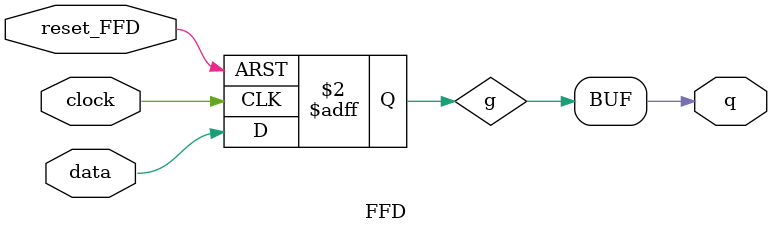
<source format=v>
`timescale 1ns / 1ps
module FFD(
    input data,
    input reset_FFD,
    input clock,
    output q
    );
reg g;
always @(posedge clock or posedge reset_FFD)
if (reset_FFD)
g<=1'b0;
else
g<=data;

assign q=g;


endmodule

</source>
